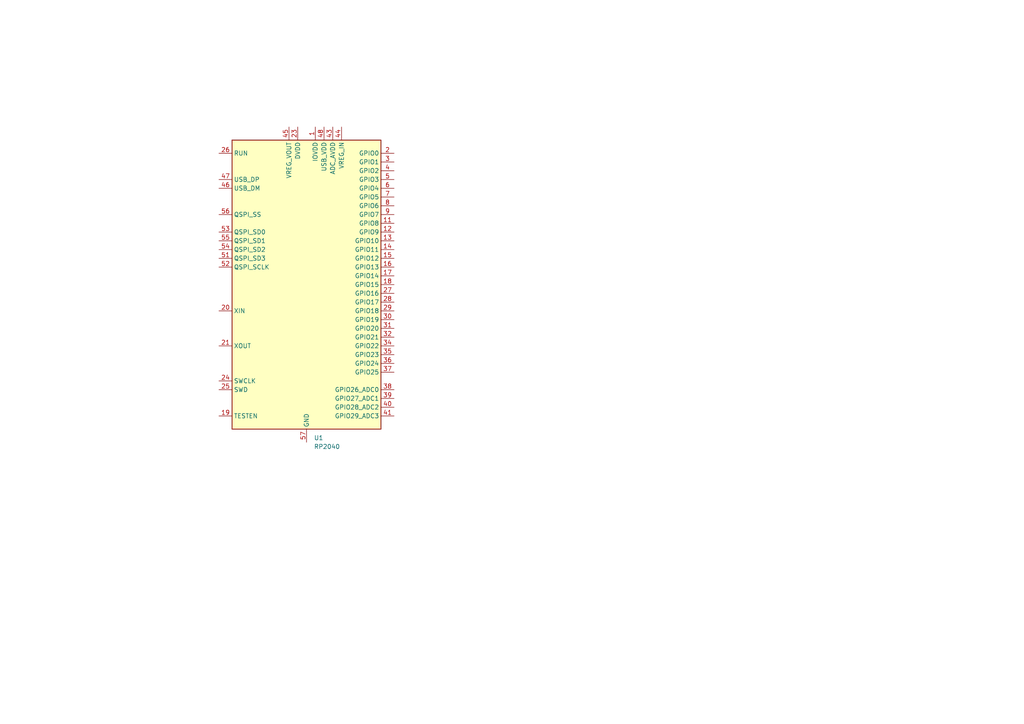
<source format=kicad_sch>
(kicad_sch (version 20250114) (generator "eeschema") (generator_version "9.0")
  (paper "A4")
  (lib_symbols
    (symbol "MCU_RaspberryPi:RP2040"
      (property "Reference" "U" (at 17.78 45.72 0))
      (property "Value" "RP2040" (at 17.78 43.18 0))
      (symbol "RP2040_0_1"
        (rectangle (start -21.59 41.91) (end 21.59 -41.91) (stroke (width 0.254)) (fill (type background)))
      )
      (symbol "RP2040_1_1"
        (pin input line (at -25.4 38.1 0) (length 3.81) (name "RUN") (number "26"))
        (pin bidirectional line (at -25.4 30.48 0) (length 3.81) (name "USB_DP") (number "47"))
        (pin bidirectional line (at -25.4 27.94 0) (length 3.81) (name "USB_DM") (number "46"))
        (pin bidirectional line (at -25.4 20.32 0) (length 3.81) (name "QSPI_SS") (number "56"))
        (pin bidirectional line (at -25.4 15.24 0) (length 3.81) (name "QSPI_SD0") (number "53"))
        (pin bidirectional line (at -25.4 12.7 0) (length 3.81) (name "QSPI_SD1") (number "55"))
        (pin bidirectional line (at -25.4 10.16 0) (length 3.81) (name "QSPI_SD2") (number "54"))
        (pin bidirectional line (at -25.4 7.62 0) (length 3.81) (name "QSPI_SD3") (number "51"))
        (pin output line (at -25.4 5.08 0) (length 3.81) (name "QSPI_SCLK") (number "52"))
        (pin input line (at -25.4 -7.62 0) (length 3.81) (name "XIN") (number "20"))
        (pin passive line (at -25.4 -17.78 0) (length 3.81) (name "XOUT") (number "21"))
        (pin input line (at -25.4 -27.94 0) (length 3.81) (name "SWCLK") (number "24"))
        (pin bidirectional line (at -25.4 -30.48 0) (length 3.81) (name "SWD") (number "25"))
        (pin input line (at -25.4 -38.1 0) (length 3.81) (name "TESTEN") (number "19"))
        (pin power_out line (at -5.08 45.72 270) (length 3.81) (name "VREG_VOUT") (number "45"))
        (pin power_in line (at -2.54 45.72 270) (length 3.81) (name "DVDD") (number "23"))
        (pin passive line (at -2.54 45.72 270) (length 3.81) (hide yes) (name "DVDD") (number "50"))
        (pin power_in line (at 0 -45.72 90) (length 3.81) (name "GND") (number "57"))
        (pin power_in line (at 2.54 45.72 270) (length 3.81) (name "IOVDD") (number "1"))
        (pin passive line (at 2.54 45.72 270) (length 3.81) (hide yes) (name "IOVDD") (number "10"))
        (pin passive line (at 2.54 45.72 270) (length 3.81) (hide yes) (name "IOVDD") (number "22"))
        (pin passive line (at 2.54 45.72 270) (length 3.81) (hide yes) (name "IOVDD") (number "33"))
        (pin passive line (at 2.54 45.72 270) (length 3.81) (hide yes) (name "IOVDD") (number "42"))
        (pin passive line (at 2.54 45.72 270) (length 3.81) (hide yes) (name "IOVDD") (number "49"))
        (pin power_in line (at 5.08 45.72 270) (length 3.81) (name "USB_VDD") (number "48"))
        (pin power_in line (at 7.62 45.72 270) (length 3.81) (name "ADC_AVDD") (number "43"))
        (pin power_in line (at 10.16 45.72 270) (length 3.81) (name "VREG_IN") (number "44"))
        (pin bidirectional line (at 25.4 38.1 180) (length 3.81) (name "GPIO0") (number "2"))
        (pin bidirectional line (at 25.4 35.56 180) (length 3.81) (name "GPIO1") (number "3"))
        (pin bidirectional line (at 25.4 33.02 180) (length 3.81) (name "GPIO2") (number "4"))
        (pin bidirectional line (at 25.4 30.48 180) (length 3.81) (name "GPIO3") (number "5"))
        (pin bidirectional line (at 25.4 27.94 180) (length 3.81) (name "GPIO4") (number "6"))
        (pin bidirectional line (at 25.4 25.4 180) (length 3.81) (name "GPIO5") (number "7"))
        (pin bidirectional line (at 25.4 22.86 180) (length 3.81) (name "GPIO6") (number "8"))
        (pin bidirectional line (at 25.4 20.32 180) (length 3.81) (name "GPIO7") (number "9"))
        (pin bidirectional line (at 25.4 17.78 180) (length 3.81) (name "GPIO8") (number "11"))
        (pin bidirectional line (at 25.4 15.24 180) (length 3.81) (name "GPIO9") (number "12"))
        (pin bidirectional line (at 25.4 12.7 180) (length 3.81) (name "GPIO10") (number "13"))
        (pin bidirectional line (at 25.4 10.16 180) (length 3.81) (name "GPIO11") (number "14"))
        (pin bidirectional line (at 25.4 7.62 180) (length 3.81) (name "GPIO12") (number "15"))
        (pin bidirectional line (at 25.4 5.08 180) (length 3.81) (name "GPIO13") (number "16"))
        (pin bidirectional line (at 25.4 2.54 180) (length 3.81) (name "GPIO14") (number "17"))
        (pin bidirectional line (at 25.4 0 180) (length 3.81) (name "GPIO15") (number "18"))
        (pin bidirectional line (at 25.4 -2.54 180) (length 3.81) (name "GPIO16") (number "27"))
        (pin bidirectional line (at 25.4 -5.08 180) (length 3.81) (name "GPIO17") (number "28"))
        (pin bidirectional line (at 25.4 -7.62 180) (length 3.81) (name "GPIO18") (number "29"))
        (pin bidirectional line (at 25.4 -10.16 180) (length 3.81) (name "GPIO19") (number "30"))
        (pin bidirectional line (at 25.4 -12.7 180) (length 3.81) (name "GPIO20") (number "31"))
        (pin bidirectional line (at 25.4 -15.24 180) (length 3.81) (name "GPIO21") (number "32"))
        (pin bidirectional line (at 25.4 -17.78 180) (length 3.81) (name "GPIO22") (number "34"))
        (pin bidirectional line (at 25.4 -20.32 180) (length 3.81) (name "GPIO23") (number "35"))
        (pin bidirectional line (at 25.4 -22.86 180) (length 3.81) (name "GPIO24") (number "36"))
        (pin bidirectional line (at 25.4 -25.4 180) (length 3.81) (name "GPIO25") (number "37"))
        (pin bidirectional line (at 25.4 -30.48 180) (length 3.81) (name "GPIO26_ADC0") (number "38"))
        (pin bidirectional line (at 25.4 -33.02 180) (length 3.81) (name "GPIO27_ADC1") (number "39"))
        (pin bidirectional line (at 25.4 -35.56 180) (length 3.81) (name "GPIO28_ADC2") (number "40"))
        (pin bidirectional line (at 25.4 -38.1 180) (length 3.81) (name "GPIO29_ADC3") (number "41"))
      )
    )
  )
  (symbol (lib_id "MCU_RaspberryPi:RP2040") (at 88.9 82.55 0) (unit 1)
    (property "Reference" "U1" (at 91.0433 127 0) (effects (justify left)))
    (property "Value" "RP2040" (at 91.0433 129.54 0) (effects (justify left)))
    (property "Footprint" "Package_DFN_QFN:QFN-56-1EP_7x7mm_P0.4mm_EP3.2x3.2mm" (effects (hide yes)))
    (property "Datasheet" "https://datasheets.raspberrypi.com/rp2040/rp2040-datasheet.pdf" (effects (hide yes)))
    (property "Description" "A microcontroller by Raspberry Pi" (effects (hide yes)))
  )
)
</source>
